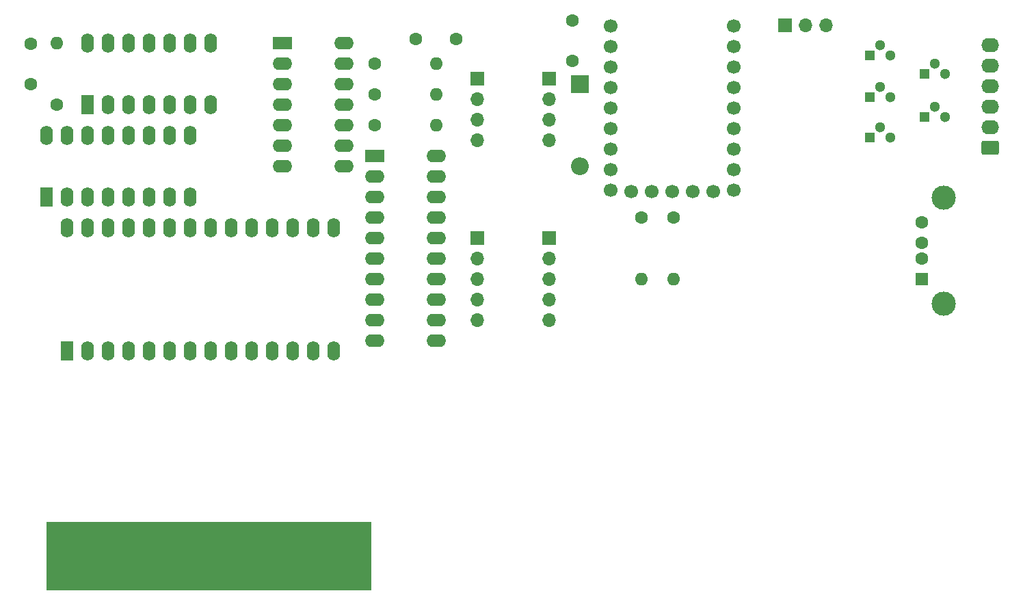
<source format=gbs>
%TF.GenerationSoftware,KiCad,Pcbnew,8.0.4+1*%
%TF.CreationDate,2024-08-13T20:11:21+02:00*%
%TF.ProjectId,QL_mIce_Starmouse,514c5f6d-4963-4655-9f53-7461726d6f75,0*%
%TF.SameCoordinates,Original*%
%TF.FileFunction,Soldermask,Bot*%
%TF.FilePolarity,Negative*%
%FSLAX46Y46*%
G04 Gerber Fmt 4.6, Leading zero omitted, Abs format (unit mm)*
G04 Created by KiCad (PCBNEW 8.0.4+1) date 2024-08-13 20:11:21*
%MOMM*%
%LPD*%
G01*
G04 APERTURE LIST*
G04 Aperture macros list*
%AMRoundRect*
0 Rectangle with rounded corners*
0 $1 Rounding radius*
0 $2 $3 $4 $5 $6 $7 $8 $9 X,Y pos of 4 corners*
0 Add a 4 corners polygon primitive as box body*
4,1,4,$2,$3,$4,$5,$6,$7,$8,$9,$2,$3,0*
0 Add four circle primitives for the rounded corners*
1,1,$1+$1,$2,$3*
1,1,$1+$1,$4,$5*
1,1,$1+$1,$6,$7*
1,1,$1+$1,$8,$9*
0 Add four rect primitives between the rounded corners*
20,1,$1+$1,$2,$3,$4,$5,0*
20,1,$1+$1,$4,$5,$6,$7,0*
20,1,$1+$1,$6,$7,$8,$9,0*
20,1,$1+$1,$8,$9,$2,$3,0*%
G04 Aperture macros list end*
%ADD10C,0.070000*%
%ADD11C,0.150000*%
%ADD12C,1.700000*%
%ADD13R,1.600000X2.400000*%
%ADD14O,1.600000X2.400000*%
%ADD15C,1.600000*%
%ADD16O,1.600000X1.600000*%
%ADD17R,1.500000X1.600000*%
%ADD18C,3.000000*%
%ADD19RoundRect,0.250000X0.845000X-0.620000X0.845000X0.620000X-0.845000X0.620000X-0.845000X-0.620000X0*%
%ADD20O,2.190000X1.740000*%
%ADD21R,1.300000X1.300000*%
%ADD22C,1.300000*%
%ADD23R,2.400000X1.600000*%
%ADD24O,2.400000X1.600000*%
%ADD25R,1.700000X1.700000*%
%ADD26O,1.700000X1.700000*%
%ADD27R,2.200000X2.200000*%
%ADD28O,2.200000X2.200000*%
G04 APERTURE END LIST*
D10*
X111760000Y-125349000D02*
X151917400Y-125349000D01*
X151917400Y-133654800D01*
X111760000Y-133654800D01*
X111760000Y-125349000D01*
G36*
X111760000Y-125349000D02*
G01*
X151917400Y-125349000D01*
X151917400Y-133654800D01*
X111760000Y-133654800D01*
X111760000Y-125349000D01*
G37*
D11*
%TO.C,J2*%
X151638000Y-133517000D02*
X112522000Y-133517000D01*
X112522000Y-125389000D01*
X151638000Y-125389000D01*
X151638000Y-133517000D01*
G36*
X151638000Y-133517000D02*
G01*
X112522000Y-133517000D01*
X112522000Y-125389000D01*
X151638000Y-125389000D01*
X151638000Y-133517000D01*
G37*
%TD*%
D12*
%TO.C,RZ1*%
X196850000Y-63900000D03*
X196850000Y-66440000D03*
X196850000Y-68980000D03*
X196850000Y-71520000D03*
X196850000Y-74060000D03*
X196850000Y-76600000D03*
X196850000Y-79140000D03*
X196850000Y-81680000D03*
X196850000Y-84220000D03*
X194310000Y-84430000D03*
X191770000Y-84430000D03*
X189230000Y-84430000D03*
X186690000Y-84430000D03*
X184150000Y-84430000D03*
X181610000Y-84220000D03*
X181610000Y-81680000D03*
X181610000Y-79140000D03*
X181610000Y-76600000D03*
X181610000Y-74060000D03*
X181610000Y-71520000D03*
X181610000Y-68980000D03*
X181610000Y-63900000D03*
X181610000Y-66440000D03*
%TD*%
D13*
%TO.C,U2*%
X116840000Y-73660000D03*
D14*
X119380000Y-73660000D03*
X121920000Y-73660000D03*
X124460000Y-73660000D03*
X127000000Y-73660000D03*
X129540000Y-73660000D03*
X132080000Y-73660000D03*
X132080000Y-66040000D03*
X129540000Y-66040000D03*
X127000000Y-66040000D03*
X124460000Y-66040000D03*
X121920000Y-66040000D03*
X119380000Y-66040000D03*
X116840000Y-66040000D03*
%TD*%
D15*
%TO.C,R1*%
X113030000Y-73660000D03*
D16*
X113030000Y-66040000D03*
%TD*%
D15*
%TO.C,C3*%
X176911000Y-63286000D03*
X176911000Y-68286000D03*
%TD*%
%TO.C,C1*%
X109855000Y-71120000D03*
X109855000Y-66120000D03*
%TD*%
D17*
%TO.C,J1*%
X220175000Y-95250000D03*
D15*
X220175000Y-92750000D03*
X220175000Y-90750000D03*
X220175000Y-88250000D03*
D18*
X222885000Y-98320000D03*
X222885000Y-85180000D03*
%TD*%
D19*
%TO.C,J7*%
X228600000Y-78994000D03*
D20*
X228600000Y-76454000D03*
X228600000Y-73914000D03*
X228600000Y-71374000D03*
X228600000Y-68834000D03*
X228600000Y-66294000D03*
%TD*%
D21*
%TO.C,Q2*%
X220472000Y-75184000D03*
D22*
X221742000Y-73914000D03*
X223012000Y-75184000D03*
%TD*%
D23*
%TO.C,U5*%
X152400000Y-80010000D03*
D24*
X152400000Y-82550000D03*
X152400000Y-85090000D03*
X152400000Y-87630000D03*
X152400000Y-90170000D03*
X152400000Y-92710000D03*
X152400000Y-95250000D03*
X152400000Y-97790000D03*
X152400000Y-100330000D03*
X152400000Y-102870000D03*
X160020000Y-102870000D03*
X160020000Y-100330000D03*
X160020000Y-97790000D03*
X160020000Y-95250000D03*
X160020000Y-92710000D03*
X160020000Y-90170000D03*
X160020000Y-87630000D03*
X160020000Y-85090000D03*
X160020000Y-82550000D03*
X160020000Y-80010000D03*
%TD*%
D21*
%TO.C,Q4*%
X220472000Y-69829000D03*
D22*
X221742000Y-68559000D03*
X223012000Y-69829000D03*
%TD*%
D21*
%TO.C,Q5*%
X213741000Y-67564000D03*
D22*
X215011000Y-66294000D03*
X216281000Y-67564000D03*
%TD*%
D25*
%TO.C,SW1*%
X203200000Y-63881000D03*
D26*
X205740000Y-63881000D03*
X208280000Y-63881000D03*
%TD*%
D15*
%TO.C,R5*%
X189470000Y-87630000D03*
D16*
X189470000Y-95250000D03*
%TD*%
D21*
%TO.C,Q1*%
X213741000Y-77703000D03*
D22*
X215011000Y-76433000D03*
X216281000Y-77703000D03*
%TD*%
D13*
%TO.C,U1*%
X111760000Y-85090000D03*
D14*
X114300000Y-85090000D03*
X116840000Y-85090000D03*
X119380000Y-85090000D03*
X121920000Y-85090000D03*
X124460000Y-85090000D03*
X127000000Y-85090000D03*
X129540000Y-85090000D03*
X129540000Y-77470000D03*
X127000000Y-77470000D03*
X124460000Y-77470000D03*
X121920000Y-77470000D03*
X119380000Y-77470000D03*
X116840000Y-77470000D03*
X114300000Y-77470000D03*
X111760000Y-77470000D03*
%TD*%
D23*
%TO.C,U3*%
X140970000Y-66040000D03*
D24*
X140970000Y-68580000D03*
X140970000Y-71120000D03*
X140970000Y-73660000D03*
X140970000Y-76200000D03*
X140970000Y-78740000D03*
X140970000Y-81280000D03*
X148590000Y-81280000D03*
X148590000Y-78740000D03*
X148590000Y-76200000D03*
X148590000Y-73660000D03*
X148590000Y-71120000D03*
X148590000Y-68580000D03*
X148590000Y-66040000D03*
%TD*%
D15*
%TO.C,R4*%
X152400000Y-76200000D03*
D16*
X160020000Y-76200000D03*
%TD*%
D15*
%TO.C,R6*%
X185420000Y-87630000D03*
D16*
X185420000Y-95250000D03*
%TD*%
D13*
%TO.C,IC1*%
X114300000Y-104120000D03*
D14*
X116840000Y-104120000D03*
X119380000Y-104120000D03*
X121920000Y-104120000D03*
X124460000Y-104120000D03*
X127000000Y-104120000D03*
X129540000Y-104120000D03*
X132080000Y-104120000D03*
X134620000Y-104120000D03*
X137160000Y-104120000D03*
X139700000Y-104120000D03*
X142240000Y-104120000D03*
X144780000Y-104120000D03*
X147320000Y-104120000D03*
X147320000Y-88880000D03*
X144780000Y-88880000D03*
X142240000Y-88880000D03*
X139700000Y-88880000D03*
X137160000Y-88880000D03*
X134620000Y-88880000D03*
X132080000Y-88880000D03*
X129540000Y-88880000D03*
X127000000Y-88880000D03*
X124460000Y-88880000D03*
X121920000Y-88880000D03*
X119380000Y-88880000D03*
X116840000Y-88880000D03*
X114300000Y-88880000D03*
%TD*%
D21*
%TO.C,Q3*%
X213741000Y-72729000D03*
D22*
X215011000Y-71459000D03*
X216281000Y-72729000D03*
%TD*%
D15*
%TO.C,R2*%
X152400000Y-68580000D03*
D16*
X160020000Y-68580000D03*
%TD*%
D15*
%TO.C,C2*%
X157480000Y-65532000D03*
X162480000Y-65532000D03*
%TD*%
D27*
%TO.C,D1*%
X177800000Y-71120000D03*
D28*
X177800000Y-81280000D03*
%TD*%
D15*
%TO.C,R3*%
X152400000Y-72390000D03*
D16*
X160020000Y-72390000D03*
%TD*%
D25*
%TO.C,J6*%
X165100000Y-90170000D03*
D26*
X165100000Y-92710000D03*
X165100000Y-95250000D03*
X165100000Y-97790000D03*
X165100000Y-100330000D03*
%TD*%
D25*
%TO.C,J3*%
X173990000Y-70485000D03*
D26*
X173990000Y-73025000D03*
X173990000Y-75565000D03*
X173990000Y-78105000D03*
%TD*%
D25*
%TO.C,J4*%
X173990000Y-90170000D03*
D26*
X173990000Y-92710000D03*
X173990000Y-95250000D03*
X173990000Y-97790000D03*
X173990000Y-100330000D03*
%TD*%
D25*
%TO.C,J5*%
X165100000Y-70485000D03*
D26*
X165100000Y-73025000D03*
X165100000Y-75565000D03*
X165100000Y-78105000D03*
%TD*%
M02*

</source>
